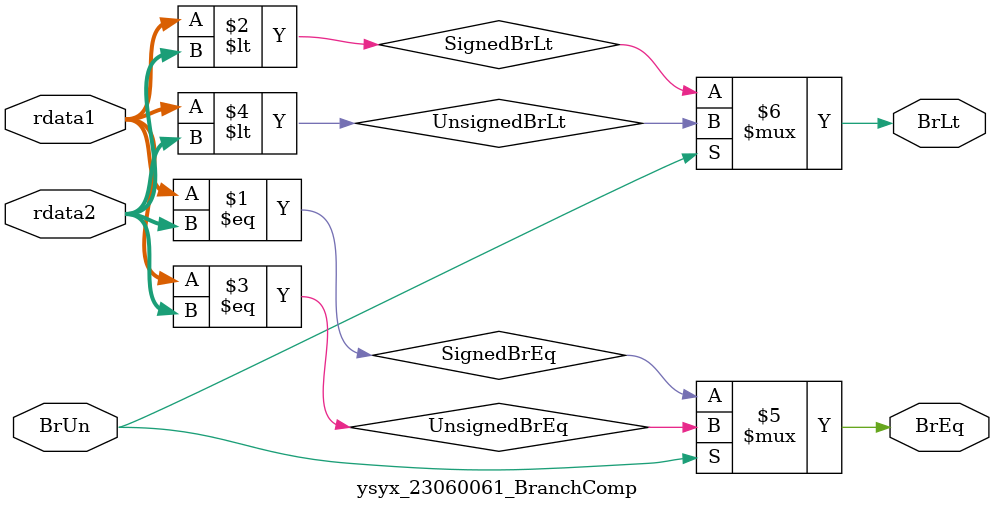
<source format=v>
module ysyx_23060061_BranchComp (
	input [31:0] rdata1,
	input [31:0] rdata2,
	input BrUn, // branch unsigned
	output BrEq,
	output BrLt
);
	wire SignedBrEq;
	wire SignedBrLt;
	assign SignedBrEq = $signed(rdata1) == $signed(rdata2);
	assign SignedBrLt = $signed(rdata1) < $signed(rdata2);	

	wire UnsignedBrEq;
	wire UnsignedBrLt;
	assign UnsignedBrEq = rdata1 == rdata2;
	assign UnsignedBrLt = rdata1 < rdata2;
	
	assign BrEq = BrUn ? UnsignedBrEq : SignedBrEq;
	assign BrLt = BrUn ? UnsignedBrLt : SignedBrLt;
endmodule
</source>
